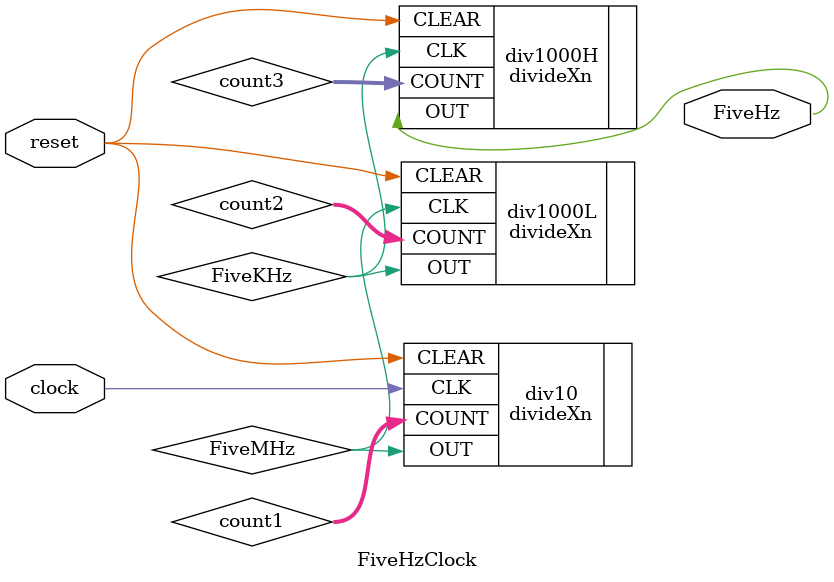
<source format=v>
module FiveHzClock (
    input clock,
    input reset,
    output FiveHz
);
    wire FiveMHz, FiveKHz;
    wire [3:0] count1, count2, count3; // Separate count signals for each divider

    // Divide 50 MHz by 10 to get 5 MHz
    divideXn #(10, 4) div10 (
        .CLK(clock),
        .CLEAR(reset),
        .OUT(FiveMHz),
        .COUNT(count1)
    );

    // Divide 5 MHz by 1000 to get 5 kHz
    divideXn #(1000, 10) div1000L (
        .CLK(FiveMHz),
        .CLEAR(reset),
        .OUT(FiveKHz),
        .COUNT(count2)
    );

    // Divide 5 kHz by 1000 to get 5 Hz
    divideXn #(1000, 10) div1000H (
        .CLK(FiveKHz),
        .CLEAR(reset),
        .OUT(FiveHz),
        .COUNT(count3)
    );
endmodule

</source>
